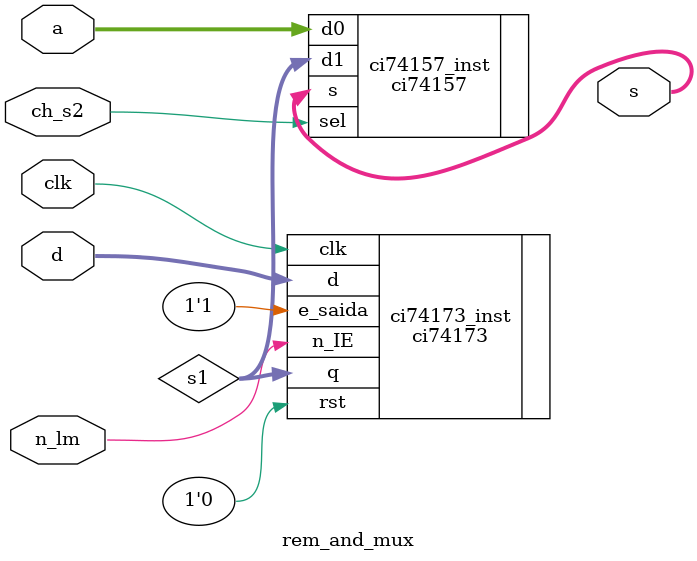
<source format=v>
module rem_and_mux (
  input [3:0] d,
  input [3:0] a,
  input n_lm,
  input clk,
  input ch_s2,
  output [3:0] s 
);
  wire [3:0] s1;
  ci74173 ci74173_inst (
    .d(d),
    .rst(1'b0),
    .clk(clk),
    .e_saida(1'b1),
    .n_IE(n_lm),
    .q(s1)
  );

  ci74157 ci74157_inst (
      .d0(a),
      .d1(s1),
      .sel(ch_s2),
      .s(s)
    );
endmodule 

</source>
